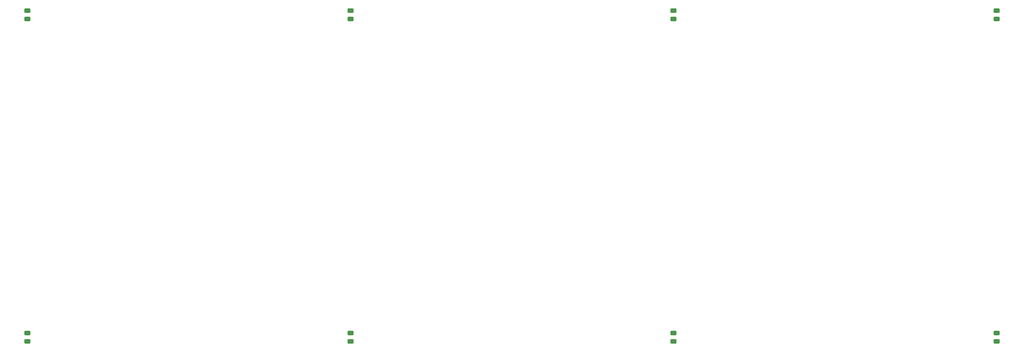
<source format=gbr>
%TF.GenerationSoftware,KiCad,Pcbnew,8.0.9-8.0.9-0~ubuntu24.04.1*%
%TF.CreationDate,2025-07-17T17:50:56+05:00*%
%TF.ProjectId,panel_170725,70616e65-6c5f-4313-9730-3732352e6b69,rev?*%
%TF.SameCoordinates,Original*%
%TF.FileFunction,Paste,Bot*%
%TF.FilePolarity,Positive*%
%FSLAX46Y46*%
G04 Gerber Fmt 4.6, Leading zero omitted, Abs format (unit mm)*
G04 Created by KiCad (PCBNEW 8.0.9-8.0.9-0~ubuntu24.04.1) date 2025-07-17 17:50:56*
%MOMM*%
%LPD*%
G01*
G04 APERTURE LIST*
G04 Aperture macros list*
%AMRoundRect*
0 Rectangle with rounded corners*
0 $1 Rounding radius*
0 $2 $3 $4 $5 $6 $7 $8 $9 X,Y pos of 4 corners*
0 Add a 4 corners polygon primitive as box body*
4,1,4,$2,$3,$4,$5,$6,$7,$8,$9,$2,$3,0*
0 Add four circle primitives for the rounded corners*
1,1,$1+$1,$2,$3*
1,1,$1+$1,$4,$5*
1,1,$1+$1,$6,$7*
1,1,$1+$1,$8,$9*
0 Add four rect primitives between the rounded corners*
20,1,$1+$1,$2,$3,$4,$5,0*
20,1,$1+$1,$4,$5,$6,$7,0*
20,1,$1+$1,$6,$7,$8,$9,0*
20,1,$1+$1,$8,$9,$2,$3,0*%
G04 Aperture macros list end*
%ADD10RoundRect,0.243750X-0.456250X0.243750X-0.456250X-0.243750X0.456250X-0.243750X0.456250X0.243750X0*%
G04 APERTURE END LIST*
D10*
%TO.C,D1*%
X231500000Y-165001500D03*
X231500000Y-166876500D03*
%TD*%
%TO.C,D1*%
X159500000Y-165001500D03*
X159500000Y-166876500D03*
%TD*%
%TO.C,D1*%
X15500000Y-93001500D03*
X15500000Y-94876500D03*
%TD*%
%TO.C,D1*%
X231500000Y-93001500D03*
X231500000Y-94876500D03*
%TD*%
%TO.C,D1*%
X87500000Y-165001500D03*
X87500000Y-166876500D03*
%TD*%
%TO.C,D1*%
X87500000Y-93001500D03*
X87500000Y-94876500D03*
%TD*%
%TO.C,D1*%
X15500000Y-165001500D03*
X15500000Y-166876500D03*
%TD*%
%TO.C,D1*%
X159500000Y-93001500D03*
X159500000Y-94876500D03*
%TD*%
M02*

</source>
